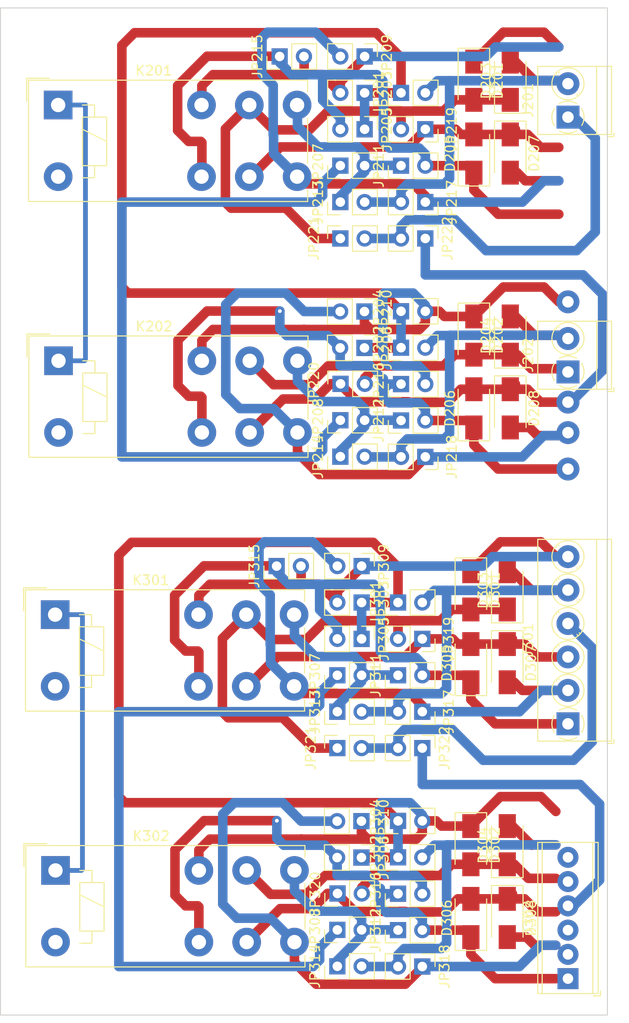
<source format=kicad_pcb>
(kicad_pcb (version 20211014) (generator pcbnew)

  (general
    (thickness 1.6)
  )

  (paper "A4")
  (layers
    (0 "F.Cu" signal)
    (31 "B.Cu" signal)
    (32 "B.Adhes" user "B.Adhesive")
    (33 "F.Adhes" user "F.Adhesive")
    (34 "B.Paste" user)
    (35 "F.Paste" user)
    (36 "B.SilkS" user "B.Silkscreen")
    (37 "F.SilkS" user "F.Silkscreen")
    (38 "B.Mask" user)
    (39 "F.Mask" user)
    (40 "Dwgs.User" user "User.Drawings")
    (41 "Cmts.User" user "User.Comments")
    (42 "Eco1.User" user "User.Eco1")
    (43 "Eco2.User" user "User.Eco2")
    (44 "Edge.Cuts" user)
    (45 "Margin" user)
    (46 "B.CrtYd" user "B.Courtyard")
    (47 "F.CrtYd" user "F.Courtyard")
    (48 "B.Fab" user)
    (49 "F.Fab" user)
    (50 "User.1" user "Nutzer.1")
    (51 "User.2" user "Nutzer.2")
    (52 "User.3" user "Nutzer.3")
    (53 "User.4" user "Nutzer.4")
    (54 "User.5" user "Nutzer.5")
    (55 "User.6" user "Nutzer.6")
    (56 "User.7" user "Nutzer.7")
    (57 "User.8" user "Nutzer.8")
    (58 "User.9" user "Nutzer.9")
  )

  (setup
    (stackup
      (layer "F.SilkS" (type "Top Silk Screen"))
      (layer "F.Paste" (type "Top Solder Paste"))
      (layer "F.Mask" (type "Top Solder Mask") (thickness 0.01))
      (layer "F.Cu" (type "copper") (thickness 0.035))
      (layer "dielectric 1" (type "core") (thickness 1.51) (material "FR4") (epsilon_r 4.5) (loss_tangent 0.02))
      (layer "B.Cu" (type "copper") (thickness 0.035))
      (layer "B.Mask" (type "Bottom Solder Mask") (thickness 0.01))
      (layer "B.Paste" (type "Bottom Solder Paste"))
      (layer "B.SilkS" (type "Bottom Silk Screen"))
      (copper_finish "None")
      (dielectric_constraints no)
    )
    (pad_to_mask_clearance 0)
    (pcbplotparams
      (layerselection 0x00010fc_ffffffff)
      (disableapertmacros false)
      (usegerberextensions false)
      (usegerberattributes true)
      (usegerberadvancedattributes true)
      (creategerberjobfile true)
      (svguseinch false)
      (svgprecision 6)
      (excludeedgelayer true)
      (plotframeref false)
      (viasonmask false)
      (mode 1)
      (useauxorigin false)
      (hpglpennumber 1)
      (hpglpenspeed 20)
      (hpglpendiameter 15.000000)
      (dxfpolygonmode true)
      (dxfimperialunits true)
      (dxfusepcbnewfont true)
      (psnegative false)
      (psa4output false)
      (plotreference true)
      (plotvalue true)
      (plotinvisibletext false)
      (sketchpadsonfab false)
      (subtractmaskfromsilk false)
      (outputformat 1)
      (mirror false)
      (drillshape 1)
      (scaleselection 1)
      (outputdirectory "")
    )
  )

  (net 0 "")
  (net 1 "/2Relais1/K2nc1")
  (net 2 "/2Relais1/K2com1")
  (net 3 "/2Relais1/Conn2_5")
  (net 4 "/2Relais1/K2no2")
  (net 5 "/2Relais1/K1K2")
  (net 6 "/2Relais1/B")
  (net 7 "/2Relais1/A")
  (net 8 "/2Relais1/K2no1")
  (net 9 "/2Relais1/12V")
  (net 10 "/2Relais1/Relais2")
  (net 11 "/2Relais1/K2nc2")
  (net 12 "/2Relais1/K2com2")
  (net 13 "/2Relais1/K1nc1")
  (net 14 "/2Relais1/K1com1")
  (net 15 "/2Relais1/Conn1_5")
  (net 16 "/2Relais1/K1nc2")
  (net 17 "/2Relais1/K1com2")
  (net 18 "/2Relais1/K1no2")
  (net 19 "/2Relais1/K1no1")
  (net 20 "/2Relais1/Relais1")
  (net 21 "/2Relais2/K1nc1")
  (net 22 "/2Relais2/K1com1")
  (net 23 "/2Relais2/K2nc1")
  (net 24 "/2Relais2/K2com1")
  (net 25 "/2Relais2/Conn1_5")
  (net 26 "/2Relais2/Conn2_5")
  (net 27 "/2Relais2/K1nc2")
  (net 28 "/2Relais2/K1com2")
  (net 29 "/2Relais2/K2nc2")
  (net 30 "/2Relais2/K2com2")
  (net 31 "/2Relais2/K1no2")
  (net 32 "/2Relais2/K2no2")
  (net 33 "/2Relais2/K1K2")
  (net 34 "/2Relais2/B")
  (net 35 "/2Relais2/A")
  (net 36 "/2Relais2/K1no1")
  (net 37 "/2Relais2/K2no1")
  (net 38 "/2Relais2/12V")
  (net 39 "/2Relais2/Relais1")
  (net 40 "/2Relais2/Relais2")

  (footprint "Connector_PinHeader_2.54mm:PinHeader_1x02_P2.54mm_Vertical" (layer "F.Cu") (at 71.435 63.5 90))

  (footprint "Diode_SMD:D_SMA" (layer "F.Cu") (at 82.55 123.19 -90))

  (footprint "Connector_PinHeader_2.54mm:PinHeader_1x02_P2.54mm_Vertical" (layer "F.Cu") (at 64.77 101.6 90))

  (footprint "Connector_PinHeader_2.54mm:PinHeader_1x02_P2.54mm_Vertical" (layer "F.Cu") (at 67.31 86.36 -90))

  (footprint "Connector_PinHeader_2.54mm:PinHeader_1x02_P2.54mm_Vertical" (layer "F.Cu") (at 71.435 36.83 90))

  (footprint "Relay_THT:Relay_DPDT_Finder_40.52" (layer "F.Cu") (at 35.2825 118.2125))

  (footprint "Diode_SMD:D_SMA" (layer "F.Cu") (at 79.055 43.18 90))

  (footprint "Relay_THT:Relay_DPDT_Finder_40.52" (layer "F.Cu") (at 35.5975 64.8725))

  (footprint "Diode_SMD:D_SMA" (layer "F.Cu") (at 82.865 43.18 -90))

  (footprint "Connector_PinHeader_2.54mm:PinHeader_1x02_P2.54mm_Vertical" (layer "F.Cu") (at 71.12 90.17 90))

  (footprint "Connector_PinHeader_2.54mm:PinHeader_1x02_P2.54mm_Vertical" (layer "F.Cu") (at 65.085 44.45 90))

  (footprint "Connector_PinHeader_2.54mm:PinHeader_1x02_P2.54mm_Vertical" (layer "F.Cu") (at 64.77 128.245 90))

  (footprint "TerminalBlock_Phoenix:TerminalBlock_Phoenix_MPT-0,5-6-2.54_1x06_P2.54mm_Horizontal" (layer "F.Cu") (at 88.9 129.54 90))

  (footprint "Connector_PinHeader_2.54mm:PinHeader_1x02_P2.54mm_Vertical" (layer "F.Cu") (at 65.085 74.905 90))

  (footprint "Connector_PinHeader_2.54mm:PinHeader_1x02_P2.54mm_Vertical" (layer "F.Cu") (at 58.735 33.02 90))

  (footprint "Connector_PinHeader_2.54mm:PinHeader_1x02_P2.54mm_Vertical" (layer "F.Cu") (at 67.605 59.715 -90))

  (footprint "Connector_PinHeader_2.54mm:PinHeader_1x02_P2.54mm_Vertical" (layer "F.Cu") (at 71.435 44.45 90))

  (footprint "Diode_SMD:D_SMA" (layer "F.Cu") (at 82.865 69.85 -90))

  (footprint "Connector_PinHeader_2.54mm:PinHeader_1x02_P2.54mm_Vertical" (layer "F.Cu") (at 64.77 97.79 90))

  (footprint "Connector_PinHeader_2.54mm:PinHeader_1x02_P2.54mm_Vertical" (layer "F.Cu") (at 67.625 36.83 -90))

  (footprint "Connector_PinSocket_2.54mm:PinSocket_1x02_P2.54mm_Vertical" (layer "F.Cu") (at 73.975 74.93 -90))

  (footprint "Diode_SMD:D_SMA" (layer "F.Cu") (at 78.74 96.52 90))

  (footprint "Diode_SMD:D_SMA" (layer "F.Cu") (at 82.865 35.56 90))

  (footprint "Connector_PinHeader_2.54mm:PinHeader_1x02_P2.54mm_Vertical" (layer "F.Cu") (at 64.77 124.435 90))

  (footprint "Connector_PinHeader_2.54mm:PinHeader_1x02_P2.54mm_Vertical" (layer "F.Cu") (at 71.12 113.03 90))

  (footprint "Diode_SMD:D_SMA" (layer "F.Cu") (at 82.55 96.52 -90))

  (footprint "Relay_THT:Relay_DPDT_Finder_40.52" (layer "F.Cu") (at 35.245 91.44))

  (footprint "Connector_PinHeader_2.54mm:PinHeader_1x02_P2.54mm_Vertical" (layer "F.Cu") (at 73.66 128.27 -90))

  (footprint "Connector_PinHeader_2.54mm:PinHeader_1x02_P2.54mm_Vertical" (layer "F.Cu") (at 71.12 97.79 90))

  (footprint "Diode_SMD:D_SMA" (layer "F.Cu") (at 82.55 115.57 90))

  (footprint "Connector_PinSocket_2.54mm:PinSocket_1x02_P2.54mm_Vertical" (layer "F.Cu") (at 73.66 101.6 -90))

  (footprint "Connector_PinHeader_2.54mm:PinHeader_1x02_P2.54mm_Vertical" (layer "F.Cu") (at 67.29 116.865 -90))

  (footprint "Connector_PinHeader_2.54mm:PinHeader_1x02_P2.54mm_Vertical" (layer "F.Cu") (at 71.12 120.65 90))

  (footprint "Diode_SMD:D_SMA" (layer "F.Cu") (at 79.055 35.56 -90))

  (footprint "Connector_PinHeader_2.54mm:PinHeader_1x02_P2.54mm_Vertical" (layer "F.Cu") (at 67.31 93.98 -90))

  (footprint "Connector_PinSocket_2.54mm:PinSocket_1x02_P2.54mm_Vertical" (layer "F.Cu") (at 73.66 93.98 -90))

  (footprint "Diode_SMD:D_SMA" (layer "F.Cu") (at 78.74 123.19 90))

  (footprint "Connector_PinHeader_2.54mm:PinHeader_1x02_P2.54mm_Vertical" (layer "F.Cu") (at 67.625 40.64 -90))

  (footprint "Diode_SMD:D_SMA" (layer "F.Cu") (at 82.55 88.9 90))

  (footprint "Connector_PinHeader_2.54mm:PinHeader_1x02_P2.54mm_Vertical" (layer "F.Cu") (at 65.085 48.26 90))

  (footprint "Connector_PinSocket_2.54mm:PinSocket_1x02_P2.54mm_Vertical" (layer "F.Cu") (at 73.975 48.26 -90))

  (footprint "Diode_SMD:D_SMA" (layer "F.Cu") (at 78.74 115.57 -90))

  (footprint "TerminalBlock_Phoenix:TerminalBlock_Phoenix_PT-1,5-2-3.5-H_1x02_P3.50mm_Horizontal" (layer "F.Cu") (at 88.9 39.37 90))

  (footprint "TerminalBlock_Phoenix:TerminalBlock_Phoenix_PT-1,5-6-3.5-H_1x06_P3.50mm_Horizontal" (layer "F.Cu") (at 88.9 102.87 90))

  (footprint "Connector_PinHeader_2.54mm:PinHeader_1x02_P2.54mm_Vertical" (layer "F.Cu") (at 71.12 124.46 90))

  (footprint "Connector_PinSocket_2.54mm:PinSocket_1x02_P2.54mm_Vertical" (layer "F.Cu") (at 73.975 40.64 -90))

  (footprint "Diode_SMD:D_SMA" (layer "F.Cu") (at 79.055 69.85 90))

  (footprint "Connector_PinSocket_2.54mm:PinSocket_1x02_P2.54mm_Vertical" (layer "F.Cu") (at 64.77 105.41 90))

  (footprint "Connector_PinHeader_2.54mm:PinHeader_1x02_P2.54mm_Vertical" (layer "F.Cu")
    (tedit 59FED5CC) (tstamp b6f041a4-3ea0-418b-94a2-50c938beafa2)
    (at 73.975 52.07 -90)
    (descr "Through hole straight pin header, 1x02, 2.54mm pitch, single row")
    (tags "Through hole pin header THT 1x02 2.54mm single row")
    (property "Sheetfile" "2Relais.kicad_sch")
    (property "Sheetname" "2Relais1")
    (path "/efc35da1-a63a-4255-80cb-ee36b2acd693/88ebeef1-c3e4-42bb-9cc5-2ee280ce738a")
    (attr through_hole)
    (fp_text reference "JP222" (at 0 -2.33 -90) (layer "F.SilkS")
      (effects (font (size 1 1) (thickness 0.15)))
      (tstamp 2f79856e-53c7-4384-bdae-53091cbbc68b)
    )
    (fp_text value "Jumper_2_Open" (at 0 4.87 -90) (layer "F.Fab")
      (effects (font (size 1 1) (thickness 0.15)))
      (tstamp ac7d0048-5e8d-40d1-8452-d7264d40ca91)
    )
    (fp_text user "${REFERENCE}" (at 0 1.27) (layer "F.Fab")
      (effects (font (size 1 1) (thickness 0.15)))
      (tstamp 76b752cc-9378-4ee6-8683-441951523682)
    )
    (fp_line (start -1.33 0) (end -1.33 -1.33) (layer "F.SilkS") (width 0.12) (tstamp 10bd7980-f8cf-47c3-aec0-0148ee16d60e))
    (fp_line (start 1.33 1.27) (end 1.33 3.87) (layer "F.SilkS") (width 0.12) (tstamp 8936fc4a-b101-4271-a2cf-ceeb3f66c142))
    (fp_line (start -1.33 -1.33) (end 0 -1.33) (layer "F.SilkS") (width 0.12) (tstamp 92166538-6531-4894-813e-2a9da51046bd))
    (fp_line (start -1.33 3.87) (end 1.33 3.87) (layer "F.SilkS") (width 0.12) (tstamp d2dd135c-6a6b-41ff-9168-6d2e554ece5d))
    (fp_line (start -1.33 1.27) (end -1.33 3.87) (layer "F.SilkS") (width 0.12) (tstamp d3622343-9961-46be-aba3-fd64cbfee713))
    (fp_line (start -1.33 1.27) (end 1.33 1.27) (layer "F.SilkS") (width 0.12) (tstamp e98d0465-8ca5-432b-83ca-3ddc20f46df1))
    (fp_line (start -1.8 -1.8) (end -1.8 4.35) (layer "F.CrtYd") (width 0.05) (tstamp 478656b3-2020-4cdf-a826-09031e10e168))
    (fp_line (start 1.8 -1.8) (end -1.8 -1.8) (layer "F.CrtYd") (width 0.05) (tstamp 676e0639-c9a2-4f32-90c5-277c771397d4))
    (fp_line (start 1.8 4.35) (end 1.8 -1.8) (layer "F.CrtYd") (width 0.05) (tstamp 698da914-ffcd-407a-9c20-444fd59b641f))
    (fp_line (start -1.8 4.35) (end 1.8 4.35) (layer "F.CrtYd") (width 0.05) (tstamp a064689a-0dcc-4624-8b12-0344cf93830e))
    (fp_line (start -1.27 3.81) (end -1.27 -0.635) (layer "F.Fab") (width 0.1) (tstamp 226cad6b-6d65-4d5e-88ee-7b198e03e0fb))
    (fp_line (start 1.27 3.81) (end -1.27 3.81) (layer "F.Fab") (width 0.1) (tstamp 5c11ab52-5e87-4941-b508-fe74824bffa8))
    (fp_line (start 1.27 -1.27) (end 1.27 3.81) (layer "F.Fab") (width 0.1) (tstamp 9f643d4a-a8ae-459c-95c5-1623ccbe373b))
    (fp_line (start -1.27 -0.635) (end -0.635 -1.27) (layer "F.Fab") (width 0.1) (tstamp bccee4e4-f232-4d6d-80a9-fb7ae67b57f8))
    (fp_line (start -0.635 -1.27) (end 1.27 -1.27) (layer "F.Fab") (width
... [159169 chars truncated]
</source>
